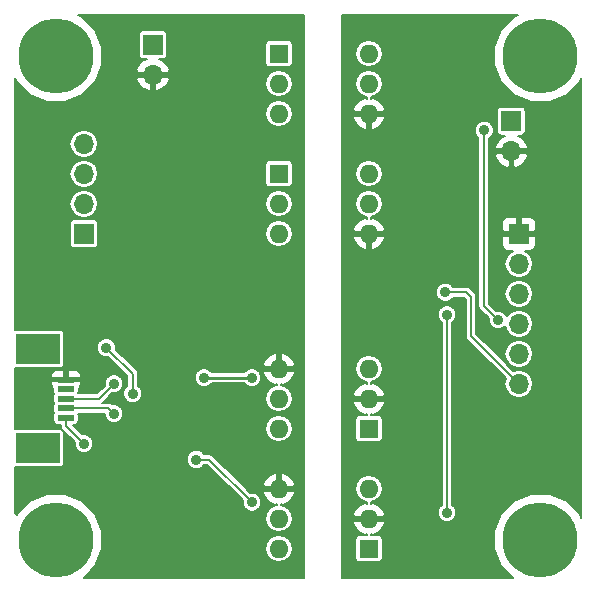
<source format=gbr>
G04 #@! TF.FileFunction,Copper,L2,Bot,Signal*
%FSLAX46Y46*%
G04 Gerber Fmt 4.6, Leading zero omitted, Abs format (unit mm)*
G04 Created by KiCad (PCBNEW 4.0.5) date 06/03/17 12:37:47*
%MOMM*%
%LPD*%
G01*
G04 APERTURE LIST*
%ADD10C,0.150000*%
%ADD11C,6.350000*%
%ADD12R,3.799840X2.499360*%
%ADD13R,1.399540X0.500380*%
%ADD14R,1.700000X1.700000*%
%ADD15O,1.700000X1.700000*%
%ADD16R,1.600000X1.600000*%
%ADD17O,1.600000X1.600000*%
%ADD18C,0.889000*%
%ADD19C,0.203200*%
%ADD20C,0.254000*%
G04 APERTURE END LIST*
D10*
D11*
X4000000Y-4000000D03*
X45000000Y-4000000D03*
X4000000Y-45000000D03*
X45000000Y-45000000D03*
D12*
X2430780Y-28818840D03*
X2430780Y-37221160D03*
D13*
X4831080Y-31419800D03*
X4831080Y-32219900D03*
X4831080Y-34620200D03*
X4831080Y-33820100D03*
X4831080Y-33020000D03*
D14*
X43180000Y-19050000D03*
D15*
X43180000Y-21590000D03*
X43180000Y-24130000D03*
X43180000Y-26670000D03*
X43180000Y-29210000D03*
X43180000Y-31750000D03*
D14*
X6350000Y-19050000D03*
D15*
X6350000Y-16510000D03*
X6350000Y-13970000D03*
X6350000Y-11430000D03*
D16*
X30480000Y-35560000D03*
D17*
X22860000Y-30480000D03*
X30480000Y-33020000D03*
X22860000Y-33020000D03*
X30480000Y-30480000D03*
X22860000Y-35560000D03*
D16*
X22860000Y-3810000D03*
D17*
X30480000Y-8890000D03*
X22860000Y-6350000D03*
X30480000Y-6350000D03*
X22860000Y-8890000D03*
X30480000Y-3810000D03*
D16*
X30480000Y-45720000D03*
D17*
X22860000Y-40640000D03*
X30480000Y-43180000D03*
X22860000Y-43180000D03*
X30480000Y-40640000D03*
X22860000Y-45720000D03*
D16*
X22860000Y-13970000D03*
D17*
X30480000Y-19050000D03*
X22860000Y-16510000D03*
X30480000Y-16510000D03*
X22860000Y-19050000D03*
X30480000Y-13970000D03*
D14*
X12192000Y-3048000D03*
D15*
X12192000Y-5588000D03*
D14*
X42545000Y-9525000D03*
D15*
X42545000Y-12065000D03*
D18*
X6350000Y-36830000D03*
X18796000Y-21336000D03*
X18796000Y-11176000D03*
X17843500Y-36893500D03*
X14033500Y-40640000D03*
X17653000Y-47053500D03*
X11049000Y-28829000D03*
X2540000Y-31750000D03*
X11938000Y-37084000D03*
X8890000Y-34290000D03*
X8890000Y-31750000D03*
X10477500Y-32575500D03*
X8255000Y-28702000D03*
X16510000Y-31242000D03*
X20574000Y-31242000D03*
X41402000Y-26352500D03*
X40259000Y-10287000D03*
X37084000Y-42672000D03*
X37084000Y-25908000D03*
X20574000Y-41783000D03*
X15875000Y-38163500D03*
X32500000Y-28000000D03*
X32500000Y-25500000D03*
X39116000Y-20574000D03*
X34290000Y-31496000D03*
X37846000Y-2286000D03*
X37719000Y-12446000D03*
X36957000Y-24003000D03*
D19*
X4831080Y-34620200D02*
X4831080Y-35311080D01*
X4831080Y-35311080D02*
X6350000Y-36830000D01*
X2870200Y-31419800D02*
X4831080Y-31419800D01*
X2540000Y-31750000D02*
X2870200Y-31419800D01*
X4831080Y-33820100D02*
X8420100Y-33820100D01*
X8420100Y-33820100D02*
X8890000Y-34290000D01*
X4831080Y-33020000D02*
X7620000Y-33020000D01*
X7620000Y-33020000D02*
X8890000Y-31750000D01*
X10477500Y-30924500D02*
X10477500Y-32575500D01*
X8255000Y-28702000D02*
X10477500Y-30924500D01*
D20*
X16510000Y-31242000D02*
X20574000Y-31242000D01*
D19*
X41402000Y-26352500D02*
X40195500Y-25146000D01*
X40195500Y-25146000D02*
X40195500Y-10350500D01*
X40195500Y-10350500D02*
X40259000Y-10287000D01*
X37084000Y-25908000D02*
X37084000Y-42672000D01*
X20574000Y-41783000D02*
X16954500Y-38163500D01*
X16954500Y-38163500D02*
X15875000Y-38163500D01*
X36957000Y-24003000D02*
X38735000Y-24003000D01*
X39116000Y-27686000D02*
X43180000Y-31750000D01*
X39116000Y-24384000D02*
X39116000Y-27686000D01*
X38735000Y-24003000D02*
X39116000Y-24384000D01*
G36*
X24984400Y-48168400D02*
X6362737Y-48168400D01*
X7314160Y-47218637D01*
X7910920Y-45781479D01*
X7910973Y-45720000D01*
X21681760Y-45720000D01*
X21769725Y-46162229D01*
X22020227Y-46537133D01*
X22395131Y-46787635D01*
X22837360Y-46875600D01*
X22882640Y-46875600D01*
X23324869Y-46787635D01*
X23699773Y-46537133D01*
X23950275Y-46162229D01*
X24038240Y-45720000D01*
X23950275Y-45277771D01*
X23699773Y-44902867D01*
X23324869Y-44652365D01*
X22882640Y-44564400D01*
X22837360Y-44564400D01*
X22395131Y-44652365D01*
X22020227Y-44902867D01*
X21769725Y-45277771D01*
X21681760Y-45720000D01*
X7910973Y-45720000D01*
X7912278Y-44225348D01*
X7318027Y-42787151D01*
X6218637Y-41685840D01*
X4781479Y-41089080D01*
X3225348Y-41087722D01*
X1787151Y-41681973D01*
X685840Y-42781363D01*
X640630Y-42890242D01*
X546100Y-42732692D01*
X546100Y-38833406D01*
X4330700Y-38833406D01*
X4462477Y-38808610D01*
X4583507Y-38730730D01*
X4664701Y-38611898D01*
X4693266Y-38470840D01*
X4693266Y-38321952D01*
X15074761Y-38321952D01*
X15196313Y-38616128D01*
X15421188Y-38841396D01*
X15715152Y-38963461D01*
X16033452Y-38963739D01*
X16327628Y-38842187D01*
X16549502Y-38620700D01*
X16765122Y-38620700D01*
X19774033Y-41629611D01*
X19773761Y-41941452D01*
X19895313Y-42235628D01*
X20120188Y-42460896D01*
X20414152Y-42582961D01*
X20732452Y-42583239D01*
X21026628Y-42461687D01*
X21251896Y-42236812D01*
X21373961Y-41942848D01*
X21374239Y-41624548D01*
X21252687Y-41330372D01*
X21027812Y-41105104D01*
X20798154Y-41009741D01*
X21499756Y-41009741D01*
X21636706Y-41340398D01*
X21997855Y-41755218D01*
X22490257Y-42000256D01*
X22707598Y-41888951D01*
X22707598Y-42049600D01*
X22710671Y-42049600D01*
X22395131Y-42112365D01*
X22020227Y-42362867D01*
X21769725Y-42737771D01*
X21681760Y-43180000D01*
X21769725Y-43622229D01*
X22020227Y-43997133D01*
X22395131Y-44247635D01*
X22837360Y-44335600D01*
X22882640Y-44335600D01*
X23324869Y-44247635D01*
X23699773Y-43997133D01*
X23950275Y-43622229D01*
X24038240Y-43180000D01*
X23950275Y-42737771D01*
X23699773Y-42362867D01*
X23324869Y-42112365D01*
X23009329Y-42049600D01*
X23012402Y-42049600D01*
X23012402Y-41888951D01*
X23229743Y-42000256D01*
X23722145Y-41755218D01*
X24083294Y-41340398D01*
X24220244Y-41009741D01*
X24107929Y-40792400D01*
X23012400Y-40792400D01*
X23012400Y-40812400D01*
X22707600Y-40812400D01*
X22707600Y-40792400D01*
X21612071Y-40792400D01*
X21499756Y-41009741D01*
X20798154Y-41009741D01*
X20733848Y-40983039D01*
X20420343Y-40982765D01*
X19707837Y-40270259D01*
X21499756Y-40270259D01*
X21612071Y-40487600D01*
X22707600Y-40487600D01*
X22707600Y-39391050D01*
X23012400Y-39391050D01*
X23012400Y-40487600D01*
X24107929Y-40487600D01*
X24220244Y-40270259D01*
X24083294Y-39939602D01*
X23722145Y-39524782D01*
X23229743Y-39279744D01*
X23012400Y-39391050D01*
X22707600Y-39391050D01*
X22490257Y-39279744D01*
X21997855Y-39524782D01*
X21636706Y-39939602D01*
X21499756Y-40270259D01*
X19707837Y-40270259D01*
X17277789Y-37840211D01*
X17129463Y-37741102D01*
X16954500Y-37706300D01*
X16549123Y-37706300D01*
X16328812Y-37485604D01*
X16034848Y-37363539D01*
X15716548Y-37363261D01*
X15422372Y-37484813D01*
X15197104Y-37709688D01*
X15075039Y-38003652D01*
X15074761Y-38321952D01*
X4693266Y-38321952D01*
X4693266Y-35971480D01*
X4668470Y-35839703D01*
X4590590Y-35718673D01*
X4471758Y-35637479D01*
X4330700Y-35608914D01*
X546100Y-35608914D01*
X546100Y-31697295D01*
X3521710Y-31697295D01*
X3521710Y-31791247D01*
X3614516Y-32015301D01*
X3768744Y-32169529D01*
X3768744Y-32470090D01*
X3793540Y-32601867D01*
X3804277Y-32618553D01*
X3797309Y-32628752D01*
X3768744Y-32769810D01*
X3768744Y-33270190D01*
X3793540Y-33401967D01*
X3804277Y-33418653D01*
X3797309Y-33428852D01*
X3768744Y-33569910D01*
X3768744Y-34070290D01*
X3793540Y-34202067D01*
X3804277Y-34218753D01*
X3797309Y-34228952D01*
X3768744Y-34370010D01*
X3768744Y-34870390D01*
X3793540Y-35002167D01*
X3871420Y-35123197D01*
X3990252Y-35204391D01*
X4131310Y-35232956D01*
X4373880Y-35232956D01*
X4373880Y-35311080D01*
X4408682Y-35486043D01*
X4507791Y-35634369D01*
X5550033Y-36676611D01*
X5549761Y-36988452D01*
X5671313Y-37282628D01*
X5896188Y-37507896D01*
X6190152Y-37629961D01*
X6508452Y-37630239D01*
X6802628Y-37508687D01*
X7027896Y-37283812D01*
X7149961Y-36989848D01*
X7150239Y-36671548D01*
X7028687Y-36377372D01*
X6803812Y-36152104D01*
X6509848Y-36030039D01*
X6196343Y-36029765D01*
X5726578Y-35560000D01*
X21681760Y-35560000D01*
X21769725Y-36002229D01*
X22020227Y-36377133D01*
X22395131Y-36627635D01*
X22837360Y-36715600D01*
X22882640Y-36715600D01*
X23324869Y-36627635D01*
X23699773Y-36377133D01*
X23950275Y-36002229D01*
X24038240Y-35560000D01*
X23950275Y-35117771D01*
X23699773Y-34742867D01*
X23324869Y-34492365D01*
X22882640Y-34404400D01*
X22837360Y-34404400D01*
X22395131Y-34492365D01*
X22020227Y-34742867D01*
X21769725Y-35117771D01*
X21681760Y-35560000D01*
X5726578Y-35560000D01*
X5399534Y-35232956D01*
X5530850Y-35232956D01*
X5662627Y-35208160D01*
X5783657Y-35130280D01*
X5864851Y-35011448D01*
X5893416Y-34870390D01*
X5893416Y-34370010D01*
X5875971Y-34277300D01*
X8089910Y-34277300D01*
X8089761Y-34448452D01*
X8211313Y-34742628D01*
X8436188Y-34967896D01*
X8730152Y-35089961D01*
X9048452Y-35090239D01*
X9342628Y-34968687D01*
X9567896Y-34743812D01*
X9689961Y-34449848D01*
X9690239Y-34131548D01*
X9568687Y-33837372D01*
X9343812Y-33612104D01*
X9049848Y-33490039D01*
X8732840Y-33489762D01*
X8595063Y-33397702D01*
X8420100Y-33362900D01*
X7913939Y-33362900D01*
X7943289Y-33343289D01*
X8736611Y-32549967D01*
X9048452Y-32550239D01*
X9342628Y-32428687D01*
X9567896Y-32203812D01*
X9689961Y-31909848D01*
X9690239Y-31591548D01*
X9568687Y-31297372D01*
X9343812Y-31072104D01*
X9049848Y-30950039D01*
X8731548Y-30949761D01*
X8437372Y-31071313D01*
X8212104Y-31296188D01*
X8090039Y-31590152D01*
X8089765Y-31903657D01*
X7430622Y-32562800D01*
X5874642Y-32562800D01*
X5893416Y-32470090D01*
X5893416Y-32169529D01*
X6047644Y-32015301D01*
X6140450Y-31791247D01*
X6140450Y-31697295D01*
X5988050Y-31544895D01*
X4983480Y-31544895D01*
X4983480Y-31592200D01*
X4678680Y-31592200D01*
X4678680Y-31544895D01*
X3674110Y-31544895D01*
X3521710Y-31697295D01*
X546100Y-31697295D01*
X546100Y-31048353D01*
X3521710Y-31048353D01*
X3521710Y-31142305D01*
X3674110Y-31294705D01*
X4678680Y-31294705D01*
X4678680Y-30712410D01*
X4983480Y-30712410D01*
X4983480Y-31294705D01*
X5988050Y-31294705D01*
X6140450Y-31142305D01*
X6140450Y-31048353D01*
X6047644Y-30824299D01*
X5876161Y-30652816D01*
X5652107Y-30560010D01*
X5135880Y-30560010D01*
X4983480Y-30712410D01*
X4678680Y-30712410D01*
X4526280Y-30560010D01*
X4010053Y-30560010D01*
X3785999Y-30652816D01*
X3614516Y-30824299D01*
X3521710Y-31048353D01*
X546100Y-31048353D01*
X546100Y-30431086D01*
X4330700Y-30431086D01*
X4462477Y-30406290D01*
X4583507Y-30328410D01*
X4664701Y-30209578D01*
X4693266Y-30068520D01*
X4693266Y-28860452D01*
X7454761Y-28860452D01*
X7576313Y-29154628D01*
X7801188Y-29379896D01*
X8095152Y-29501961D01*
X8408657Y-29502235D01*
X10020300Y-31113878D01*
X10020300Y-31901377D01*
X9799604Y-32121688D01*
X9677539Y-32415652D01*
X9677261Y-32733952D01*
X9798813Y-33028128D01*
X10023688Y-33253396D01*
X10317652Y-33375461D01*
X10635952Y-33375739D01*
X10930128Y-33254187D01*
X11155396Y-33029312D01*
X11277461Y-32735348D01*
X11277739Y-32417048D01*
X11156187Y-32122872D01*
X10934700Y-31900998D01*
X10934700Y-31400452D01*
X15709761Y-31400452D01*
X15831313Y-31694628D01*
X16056188Y-31919896D01*
X16350152Y-32041961D01*
X16668452Y-32042239D01*
X16962628Y-31920687D01*
X17159058Y-31724600D01*
X19925233Y-31724600D01*
X20120188Y-31919896D01*
X20414152Y-32041961D01*
X20732452Y-32042239D01*
X21026628Y-31920687D01*
X21251896Y-31695812D01*
X21373961Y-31401848D01*
X21374239Y-31083548D01*
X21277632Y-30849741D01*
X21499756Y-30849741D01*
X21636706Y-31180398D01*
X21997855Y-31595218D01*
X22490257Y-31840256D01*
X22707598Y-31728951D01*
X22707598Y-31889600D01*
X22710671Y-31889600D01*
X22395131Y-31952365D01*
X22020227Y-32202867D01*
X21769725Y-32577771D01*
X21681760Y-33020000D01*
X21769725Y-33462229D01*
X22020227Y-33837133D01*
X22395131Y-34087635D01*
X22837360Y-34175600D01*
X22882640Y-34175600D01*
X23324869Y-34087635D01*
X23699773Y-33837133D01*
X23950275Y-33462229D01*
X24038240Y-33020000D01*
X23950275Y-32577771D01*
X23699773Y-32202867D01*
X23324869Y-31952365D01*
X23009329Y-31889600D01*
X23012402Y-31889600D01*
X23012402Y-31728951D01*
X23229743Y-31840256D01*
X23722145Y-31595218D01*
X24083294Y-31180398D01*
X24220244Y-30849741D01*
X24107929Y-30632400D01*
X23012400Y-30632400D01*
X23012400Y-30652400D01*
X22707600Y-30652400D01*
X22707600Y-30632400D01*
X21612071Y-30632400D01*
X21499756Y-30849741D01*
X21277632Y-30849741D01*
X21252687Y-30789372D01*
X21027812Y-30564104D01*
X20733848Y-30442039D01*
X20415548Y-30441761D01*
X20121372Y-30563313D01*
X19924942Y-30759400D01*
X17158767Y-30759400D01*
X16963812Y-30564104D01*
X16669848Y-30442039D01*
X16351548Y-30441761D01*
X16057372Y-30563313D01*
X15832104Y-30788188D01*
X15710039Y-31082152D01*
X15709761Y-31400452D01*
X10934700Y-31400452D01*
X10934700Y-30924500D01*
X10899898Y-30749537D01*
X10800789Y-30601211D01*
X10309837Y-30110259D01*
X21499756Y-30110259D01*
X21612071Y-30327600D01*
X22707600Y-30327600D01*
X22707600Y-29231050D01*
X23012400Y-29231050D01*
X23012400Y-30327600D01*
X24107929Y-30327600D01*
X24220244Y-30110259D01*
X24083294Y-29779602D01*
X23722145Y-29364782D01*
X23229743Y-29119744D01*
X23012400Y-29231050D01*
X22707600Y-29231050D01*
X22490257Y-29119744D01*
X21997855Y-29364782D01*
X21636706Y-29779602D01*
X21499756Y-30110259D01*
X10309837Y-30110259D01*
X9054967Y-28855389D01*
X9055239Y-28543548D01*
X8933687Y-28249372D01*
X8708812Y-28024104D01*
X8414848Y-27902039D01*
X8096548Y-27901761D01*
X7802372Y-28023313D01*
X7577104Y-28248188D01*
X7455039Y-28542152D01*
X7454761Y-28860452D01*
X4693266Y-28860452D01*
X4693266Y-27569160D01*
X4668470Y-27437383D01*
X4590590Y-27316353D01*
X4471758Y-27235159D01*
X4330700Y-27206594D01*
X546100Y-27206594D01*
X546100Y-18200000D01*
X5137434Y-18200000D01*
X5137434Y-19900000D01*
X5162230Y-20031777D01*
X5240110Y-20152807D01*
X5358942Y-20234001D01*
X5500000Y-20262566D01*
X7200000Y-20262566D01*
X7331777Y-20237770D01*
X7452807Y-20159890D01*
X7534001Y-20041058D01*
X7562566Y-19900000D01*
X7562566Y-19050000D01*
X21681760Y-19050000D01*
X21769725Y-19492229D01*
X22020227Y-19867133D01*
X22395131Y-20117635D01*
X22837360Y-20205600D01*
X22882640Y-20205600D01*
X23324869Y-20117635D01*
X23699773Y-19867133D01*
X23950275Y-19492229D01*
X24038240Y-19050000D01*
X23950275Y-18607771D01*
X23699773Y-18232867D01*
X23324869Y-17982365D01*
X22882640Y-17894400D01*
X22837360Y-17894400D01*
X22395131Y-17982365D01*
X22020227Y-18232867D01*
X21769725Y-18607771D01*
X21681760Y-19050000D01*
X7562566Y-19050000D01*
X7562566Y-18200000D01*
X7537770Y-18068223D01*
X7459890Y-17947193D01*
X7341058Y-17865999D01*
X7200000Y-17837434D01*
X5500000Y-17837434D01*
X5368223Y-17862230D01*
X5247193Y-17940110D01*
X5165999Y-18058942D01*
X5137434Y-18200000D01*
X546100Y-18200000D01*
X546100Y-16510000D01*
X5120781Y-16510000D01*
X5212552Y-16971363D01*
X5473893Y-17362488D01*
X5865018Y-17623829D01*
X6326381Y-17715600D01*
X6373619Y-17715600D01*
X6834982Y-17623829D01*
X7226107Y-17362488D01*
X7487448Y-16971363D01*
X7579219Y-16510000D01*
X21681760Y-16510000D01*
X21769725Y-16952229D01*
X22020227Y-17327133D01*
X22395131Y-17577635D01*
X22837360Y-17665600D01*
X22882640Y-17665600D01*
X23324869Y-17577635D01*
X23699773Y-17327133D01*
X23950275Y-16952229D01*
X24038240Y-16510000D01*
X23950275Y-16067771D01*
X23699773Y-15692867D01*
X23324869Y-15442365D01*
X22882640Y-15354400D01*
X22837360Y-15354400D01*
X22395131Y-15442365D01*
X22020227Y-15692867D01*
X21769725Y-16067771D01*
X21681760Y-16510000D01*
X7579219Y-16510000D01*
X7487448Y-16048637D01*
X7226107Y-15657512D01*
X6834982Y-15396171D01*
X6373619Y-15304400D01*
X6326381Y-15304400D01*
X5865018Y-15396171D01*
X5473893Y-15657512D01*
X5212552Y-16048637D01*
X5120781Y-16510000D01*
X546100Y-16510000D01*
X546100Y-13970000D01*
X5120781Y-13970000D01*
X5212552Y-14431363D01*
X5473893Y-14822488D01*
X5865018Y-15083829D01*
X6326381Y-15175600D01*
X6373619Y-15175600D01*
X6834982Y-15083829D01*
X7226107Y-14822488D01*
X7487448Y-14431363D01*
X7579219Y-13970000D01*
X7487448Y-13508637D01*
X7261179Y-13170000D01*
X21697434Y-13170000D01*
X21697434Y-14770000D01*
X21722230Y-14901777D01*
X21800110Y-15022807D01*
X21918942Y-15104001D01*
X22060000Y-15132566D01*
X23660000Y-15132566D01*
X23791777Y-15107770D01*
X23912807Y-15029890D01*
X23994001Y-14911058D01*
X24022566Y-14770000D01*
X24022566Y-13170000D01*
X23997770Y-13038223D01*
X23919890Y-12917193D01*
X23801058Y-12835999D01*
X23660000Y-12807434D01*
X22060000Y-12807434D01*
X21928223Y-12832230D01*
X21807193Y-12910110D01*
X21725999Y-13028942D01*
X21697434Y-13170000D01*
X7261179Y-13170000D01*
X7226107Y-13117512D01*
X6834982Y-12856171D01*
X6373619Y-12764400D01*
X6326381Y-12764400D01*
X5865018Y-12856171D01*
X5473893Y-13117512D01*
X5212552Y-13508637D01*
X5120781Y-13970000D01*
X546100Y-13970000D01*
X546100Y-11430000D01*
X5120781Y-11430000D01*
X5212552Y-11891363D01*
X5473893Y-12282488D01*
X5865018Y-12543829D01*
X6326381Y-12635600D01*
X6373619Y-12635600D01*
X6834982Y-12543829D01*
X7226107Y-12282488D01*
X7487448Y-11891363D01*
X7579219Y-11430000D01*
X7487448Y-10968637D01*
X7226107Y-10577512D01*
X6834982Y-10316171D01*
X6373619Y-10224400D01*
X6326381Y-10224400D01*
X5865018Y-10316171D01*
X5473893Y-10577512D01*
X5212552Y-10968637D01*
X5120781Y-11430000D01*
X546100Y-11430000D01*
X546100Y-8890000D01*
X21681760Y-8890000D01*
X21769725Y-9332229D01*
X22020227Y-9707133D01*
X22395131Y-9957635D01*
X22837360Y-10045600D01*
X22882640Y-10045600D01*
X23324869Y-9957635D01*
X23699773Y-9707133D01*
X23950275Y-9332229D01*
X24038240Y-8890000D01*
X23950275Y-8447771D01*
X23699773Y-8072867D01*
X23324869Y-7822365D01*
X22882640Y-7734400D01*
X22837360Y-7734400D01*
X22395131Y-7822365D01*
X22020227Y-8072867D01*
X21769725Y-8447771D01*
X21681760Y-8890000D01*
X546100Y-8890000D01*
X546100Y-5884011D01*
X681973Y-6212849D01*
X1781363Y-7314160D01*
X3218521Y-7910920D01*
X4774652Y-7912278D01*
X6212849Y-7318027D01*
X7314160Y-6218637D01*
X7419227Y-5965607D01*
X10782090Y-5965607D01*
X10928025Y-6317954D01*
X11303581Y-6746092D01*
X11814391Y-6997921D01*
X12039600Y-6887234D01*
X12039600Y-5740400D01*
X12344400Y-5740400D01*
X12344400Y-6887234D01*
X12569609Y-6997921D01*
X13080419Y-6746092D01*
X13427864Y-6350000D01*
X21681760Y-6350000D01*
X21769725Y-6792229D01*
X22020227Y-7167133D01*
X22395131Y-7417635D01*
X22837360Y-7505600D01*
X22882640Y-7505600D01*
X23324869Y-7417635D01*
X23699773Y-7167133D01*
X23950275Y-6792229D01*
X24038240Y-6350000D01*
X23950275Y-5907771D01*
X23699773Y-5532867D01*
X23324869Y-5282365D01*
X22882640Y-5194400D01*
X22837360Y-5194400D01*
X22395131Y-5282365D01*
X22020227Y-5532867D01*
X21769725Y-5907771D01*
X21681760Y-6350000D01*
X13427864Y-6350000D01*
X13455975Y-6317954D01*
X13601910Y-5965607D01*
X13490286Y-5740400D01*
X12344400Y-5740400D01*
X12039600Y-5740400D01*
X10893714Y-5740400D01*
X10782090Y-5965607D01*
X7419227Y-5965607D01*
X7732819Y-5210393D01*
X10782090Y-5210393D01*
X10893714Y-5435600D01*
X12039600Y-5435600D01*
X12039600Y-5415600D01*
X12344400Y-5415600D01*
X12344400Y-5435600D01*
X13490286Y-5435600D01*
X13601910Y-5210393D01*
X13455975Y-4858046D01*
X13080419Y-4429908D01*
X12736926Y-4260566D01*
X13042000Y-4260566D01*
X13173777Y-4235770D01*
X13294807Y-4157890D01*
X13376001Y-4039058D01*
X13404566Y-3898000D01*
X13404566Y-3010000D01*
X21697434Y-3010000D01*
X21697434Y-4610000D01*
X21722230Y-4741777D01*
X21800110Y-4862807D01*
X21918942Y-4944001D01*
X22060000Y-4972566D01*
X23660000Y-4972566D01*
X23791777Y-4947770D01*
X23912807Y-4869890D01*
X23994001Y-4751058D01*
X24022566Y-4610000D01*
X24022566Y-3010000D01*
X23997770Y-2878223D01*
X23919890Y-2757193D01*
X23801058Y-2675999D01*
X23660000Y-2647434D01*
X22060000Y-2647434D01*
X21928223Y-2672230D01*
X21807193Y-2750110D01*
X21725999Y-2868942D01*
X21697434Y-3010000D01*
X13404566Y-3010000D01*
X13404566Y-2198000D01*
X13379770Y-2066223D01*
X13301890Y-1945193D01*
X13183058Y-1863999D01*
X13042000Y-1835434D01*
X11342000Y-1835434D01*
X11210223Y-1860230D01*
X11089193Y-1938110D01*
X11007999Y-2056942D01*
X10979434Y-2198000D01*
X10979434Y-3898000D01*
X11004230Y-4029777D01*
X11082110Y-4150807D01*
X11200942Y-4232001D01*
X11342000Y-4260566D01*
X11647074Y-4260566D01*
X11303581Y-4429908D01*
X10928025Y-4858046D01*
X10782090Y-5210393D01*
X7732819Y-5210393D01*
X7910920Y-4781479D01*
X7912278Y-3225348D01*
X7318027Y-1787151D01*
X6218637Y-685840D01*
X5882106Y-546100D01*
X24984400Y-546100D01*
X24984400Y-48168400D01*
X24984400Y-48168400D01*
G37*
X24984400Y-48168400D02*
X6362737Y-48168400D01*
X7314160Y-47218637D01*
X7910920Y-45781479D01*
X7910973Y-45720000D01*
X21681760Y-45720000D01*
X21769725Y-46162229D01*
X22020227Y-46537133D01*
X22395131Y-46787635D01*
X22837360Y-46875600D01*
X22882640Y-46875600D01*
X23324869Y-46787635D01*
X23699773Y-46537133D01*
X23950275Y-46162229D01*
X24038240Y-45720000D01*
X23950275Y-45277771D01*
X23699773Y-44902867D01*
X23324869Y-44652365D01*
X22882640Y-44564400D01*
X22837360Y-44564400D01*
X22395131Y-44652365D01*
X22020227Y-44902867D01*
X21769725Y-45277771D01*
X21681760Y-45720000D01*
X7910973Y-45720000D01*
X7912278Y-44225348D01*
X7318027Y-42787151D01*
X6218637Y-41685840D01*
X4781479Y-41089080D01*
X3225348Y-41087722D01*
X1787151Y-41681973D01*
X685840Y-42781363D01*
X640630Y-42890242D01*
X546100Y-42732692D01*
X546100Y-38833406D01*
X4330700Y-38833406D01*
X4462477Y-38808610D01*
X4583507Y-38730730D01*
X4664701Y-38611898D01*
X4693266Y-38470840D01*
X4693266Y-38321952D01*
X15074761Y-38321952D01*
X15196313Y-38616128D01*
X15421188Y-38841396D01*
X15715152Y-38963461D01*
X16033452Y-38963739D01*
X16327628Y-38842187D01*
X16549502Y-38620700D01*
X16765122Y-38620700D01*
X19774033Y-41629611D01*
X19773761Y-41941452D01*
X19895313Y-42235628D01*
X20120188Y-42460896D01*
X20414152Y-42582961D01*
X20732452Y-42583239D01*
X21026628Y-42461687D01*
X21251896Y-42236812D01*
X21373961Y-41942848D01*
X21374239Y-41624548D01*
X21252687Y-41330372D01*
X21027812Y-41105104D01*
X20798154Y-41009741D01*
X21499756Y-41009741D01*
X21636706Y-41340398D01*
X21997855Y-41755218D01*
X22490257Y-42000256D01*
X22707598Y-41888951D01*
X22707598Y-42049600D01*
X22710671Y-42049600D01*
X22395131Y-42112365D01*
X22020227Y-42362867D01*
X21769725Y-42737771D01*
X21681760Y-43180000D01*
X21769725Y-43622229D01*
X22020227Y-43997133D01*
X22395131Y-44247635D01*
X22837360Y-44335600D01*
X22882640Y-44335600D01*
X23324869Y-44247635D01*
X23699773Y-43997133D01*
X23950275Y-43622229D01*
X24038240Y-43180000D01*
X23950275Y-42737771D01*
X23699773Y-42362867D01*
X23324869Y-42112365D01*
X23009329Y-42049600D01*
X23012402Y-42049600D01*
X23012402Y-41888951D01*
X23229743Y-42000256D01*
X23722145Y-41755218D01*
X24083294Y-41340398D01*
X24220244Y-41009741D01*
X24107929Y-40792400D01*
X23012400Y-40792400D01*
X23012400Y-40812400D01*
X22707600Y-40812400D01*
X22707600Y-40792400D01*
X21612071Y-40792400D01*
X21499756Y-41009741D01*
X20798154Y-41009741D01*
X20733848Y-40983039D01*
X20420343Y-40982765D01*
X19707837Y-40270259D01*
X21499756Y-40270259D01*
X21612071Y-40487600D01*
X22707600Y-40487600D01*
X22707600Y-39391050D01*
X23012400Y-39391050D01*
X23012400Y-40487600D01*
X24107929Y-40487600D01*
X24220244Y-40270259D01*
X24083294Y-39939602D01*
X23722145Y-39524782D01*
X23229743Y-39279744D01*
X23012400Y-39391050D01*
X22707600Y-39391050D01*
X22490257Y-39279744D01*
X21997855Y-39524782D01*
X21636706Y-39939602D01*
X21499756Y-40270259D01*
X19707837Y-40270259D01*
X17277789Y-37840211D01*
X17129463Y-37741102D01*
X16954500Y-37706300D01*
X16549123Y-37706300D01*
X16328812Y-37485604D01*
X16034848Y-37363539D01*
X15716548Y-37363261D01*
X15422372Y-37484813D01*
X15197104Y-37709688D01*
X15075039Y-38003652D01*
X15074761Y-38321952D01*
X4693266Y-38321952D01*
X4693266Y-35971480D01*
X4668470Y-35839703D01*
X4590590Y-35718673D01*
X4471758Y-35637479D01*
X4330700Y-35608914D01*
X546100Y-35608914D01*
X546100Y-31697295D01*
X3521710Y-31697295D01*
X3521710Y-31791247D01*
X3614516Y-32015301D01*
X3768744Y-32169529D01*
X3768744Y-32470090D01*
X3793540Y-32601867D01*
X3804277Y-32618553D01*
X3797309Y-32628752D01*
X3768744Y-32769810D01*
X3768744Y-33270190D01*
X3793540Y-33401967D01*
X3804277Y-33418653D01*
X3797309Y-33428852D01*
X3768744Y-33569910D01*
X3768744Y-34070290D01*
X3793540Y-34202067D01*
X3804277Y-34218753D01*
X3797309Y-34228952D01*
X3768744Y-34370010D01*
X3768744Y-34870390D01*
X3793540Y-35002167D01*
X3871420Y-35123197D01*
X3990252Y-35204391D01*
X4131310Y-35232956D01*
X4373880Y-35232956D01*
X4373880Y-35311080D01*
X4408682Y-35486043D01*
X4507791Y-35634369D01*
X5550033Y-36676611D01*
X5549761Y-36988452D01*
X5671313Y-37282628D01*
X5896188Y-37507896D01*
X6190152Y-37629961D01*
X6508452Y-37630239D01*
X6802628Y-37508687D01*
X7027896Y-37283812D01*
X7149961Y-36989848D01*
X7150239Y-36671548D01*
X7028687Y-36377372D01*
X6803812Y-36152104D01*
X6509848Y-36030039D01*
X6196343Y-36029765D01*
X5726578Y-35560000D01*
X21681760Y-35560000D01*
X21769725Y-36002229D01*
X22020227Y-36377133D01*
X22395131Y-36627635D01*
X22837360Y-36715600D01*
X22882640Y-36715600D01*
X23324869Y-36627635D01*
X23699773Y-36377133D01*
X23950275Y-36002229D01*
X24038240Y-35560000D01*
X23950275Y-35117771D01*
X23699773Y-34742867D01*
X23324869Y-34492365D01*
X22882640Y-34404400D01*
X22837360Y-34404400D01*
X22395131Y-34492365D01*
X22020227Y-34742867D01*
X21769725Y-35117771D01*
X21681760Y-35560000D01*
X5726578Y-35560000D01*
X5399534Y-35232956D01*
X5530850Y-35232956D01*
X5662627Y-35208160D01*
X5783657Y-35130280D01*
X5864851Y-35011448D01*
X5893416Y-34870390D01*
X5893416Y-34370010D01*
X5875971Y-34277300D01*
X8089910Y-34277300D01*
X8089761Y-34448452D01*
X8211313Y-34742628D01*
X8436188Y-34967896D01*
X8730152Y-35089961D01*
X9048452Y-35090239D01*
X9342628Y-34968687D01*
X9567896Y-34743812D01*
X9689961Y-34449848D01*
X9690239Y-34131548D01*
X9568687Y-33837372D01*
X9343812Y-33612104D01*
X9049848Y-33490039D01*
X8732840Y-33489762D01*
X8595063Y-33397702D01*
X8420100Y-33362900D01*
X7913939Y-33362900D01*
X7943289Y-33343289D01*
X8736611Y-32549967D01*
X9048452Y-32550239D01*
X9342628Y-32428687D01*
X9567896Y-32203812D01*
X9689961Y-31909848D01*
X9690239Y-31591548D01*
X9568687Y-31297372D01*
X9343812Y-31072104D01*
X9049848Y-30950039D01*
X8731548Y-30949761D01*
X8437372Y-31071313D01*
X8212104Y-31296188D01*
X8090039Y-31590152D01*
X8089765Y-31903657D01*
X7430622Y-32562800D01*
X5874642Y-32562800D01*
X5893416Y-32470090D01*
X5893416Y-32169529D01*
X6047644Y-32015301D01*
X6140450Y-31791247D01*
X6140450Y-31697295D01*
X5988050Y-31544895D01*
X4983480Y-31544895D01*
X4983480Y-31592200D01*
X4678680Y-31592200D01*
X4678680Y-31544895D01*
X3674110Y-31544895D01*
X3521710Y-31697295D01*
X546100Y-31697295D01*
X546100Y-31048353D01*
X3521710Y-31048353D01*
X3521710Y-31142305D01*
X3674110Y-31294705D01*
X4678680Y-31294705D01*
X4678680Y-30712410D01*
X4983480Y-30712410D01*
X4983480Y-31294705D01*
X5988050Y-31294705D01*
X6140450Y-31142305D01*
X6140450Y-31048353D01*
X6047644Y-30824299D01*
X5876161Y-30652816D01*
X5652107Y-30560010D01*
X5135880Y-30560010D01*
X4983480Y-30712410D01*
X4678680Y-30712410D01*
X4526280Y-30560010D01*
X4010053Y-30560010D01*
X3785999Y-30652816D01*
X3614516Y-30824299D01*
X3521710Y-31048353D01*
X546100Y-31048353D01*
X546100Y-30431086D01*
X4330700Y-30431086D01*
X4462477Y-30406290D01*
X4583507Y-30328410D01*
X4664701Y-30209578D01*
X4693266Y-30068520D01*
X4693266Y-28860452D01*
X7454761Y-28860452D01*
X7576313Y-29154628D01*
X7801188Y-29379896D01*
X8095152Y-29501961D01*
X8408657Y-29502235D01*
X10020300Y-31113878D01*
X10020300Y-31901377D01*
X9799604Y-32121688D01*
X9677539Y-32415652D01*
X9677261Y-32733952D01*
X9798813Y-33028128D01*
X10023688Y-33253396D01*
X10317652Y-33375461D01*
X10635952Y-33375739D01*
X10930128Y-33254187D01*
X11155396Y-33029312D01*
X11277461Y-32735348D01*
X11277739Y-32417048D01*
X11156187Y-32122872D01*
X10934700Y-31900998D01*
X10934700Y-31400452D01*
X15709761Y-31400452D01*
X15831313Y-31694628D01*
X16056188Y-31919896D01*
X16350152Y-32041961D01*
X16668452Y-32042239D01*
X16962628Y-31920687D01*
X17159058Y-31724600D01*
X19925233Y-31724600D01*
X20120188Y-31919896D01*
X20414152Y-32041961D01*
X20732452Y-32042239D01*
X21026628Y-31920687D01*
X21251896Y-31695812D01*
X21373961Y-31401848D01*
X21374239Y-31083548D01*
X21277632Y-30849741D01*
X21499756Y-30849741D01*
X21636706Y-31180398D01*
X21997855Y-31595218D01*
X22490257Y-31840256D01*
X22707598Y-31728951D01*
X22707598Y-31889600D01*
X22710671Y-31889600D01*
X22395131Y-31952365D01*
X22020227Y-32202867D01*
X21769725Y-32577771D01*
X21681760Y-33020000D01*
X21769725Y-33462229D01*
X22020227Y-33837133D01*
X22395131Y-34087635D01*
X22837360Y-34175600D01*
X22882640Y-34175600D01*
X23324869Y-34087635D01*
X23699773Y-33837133D01*
X23950275Y-33462229D01*
X24038240Y-33020000D01*
X23950275Y-32577771D01*
X23699773Y-32202867D01*
X23324869Y-31952365D01*
X23009329Y-31889600D01*
X23012402Y-31889600D01*
X23012402Y-31728951D01*
X23229743Y-31840256D01*
X23722145Y-31595218D01*
X24083294Y-31180398D01*
X24220244Y-30849741D01*
X24107929Y-30632400D01*
X23012400Y-30632400D01*
X23012400Y-30652400D01*
X22707600Y-30652400D01*
X22707600Y-30632400D01*
X21612071Y-30632400D01*
X21499756Y-30849741D01*
X21277632Y-30849741D01*
X21252687Y-30789372D01*
X21027812Y-30564104D01*
X20733848Y-30442039D01*
X20415548Y-30441761D01*
X20121372Y-30563313D01*
X19924942Y-30759400D01*
X17158767Y-30759400D01*
X16963812Y-30564104D01*
X16669848Y-30442039D01*
X16351548Y-30441761D01*
X16057372Y-30563313D01*
X15832104Y-30788188D01*
X15710039Y-31082152D01*
X15709761Y-31400452D01*
X10934700Y-31400452D01*
X10934700Y-30924500D01*
X10899898Y-30749537D01*
X10800789Y-30601211D01*
X10309837Y-30110259D01*
X21499756Y-30110259D01*
X21612071Y-30327600D01*
X22707600Y-30327600D01*
X22707600Y-29231050D01*
X23012400Y-29231050D01*
X23012400Y-30327600D01*
X24107929Y-30327600D01*
X24220244Y-30110259D01*
X24083294Y-29779602D01*
X23722145Y-29364782D01*
X23229743Y-29119744D01*
X23012400Y-29231050D01*
X22707600Y-29231050D01*
X22490257Y-29119744D01*
X21997855Y-29364782D01*
X21636706Y-29779602D01*
X21499756Y-30110259D01*
X10309837Y-30110259D01*
X9054967Y-28855389D01*
X9055239Y-28543548D01*
X8933687Y-28249372D01*
X8708812Y-28024104D01*
X8414848Y-27902039D01*
X8096548Y-27901761D01*
X7802372Y-28023313D01*
X7577104Y-28248188D01*
X7455039Y-28542152D01*
X7454761Y-28860452D01*
X4693266Y-28860452D01*
X4693266Y-27569160D01*
X4668470Y-27437383D01*
X4590590Y-27316353D01*
X4471758Y-27235159D01*
X4330700Y-27206594D01*
X546100Y-27206594D01*
X546100Y-18200000D01*
X5137434Y-18200000D01*
X5137434Y-19900000D01*
X5162230Y-20031777D01*
X5240110Y-20152807D01*
X5358942Y-20234001D01*
X5500000Y-20262566D01*
X7200000Y-20262566D01*
X7331777Y-20237770D01*
X7452807Y-20159890D01*
X7534001Y-20041058D01*
X7562566Y-19900000D01*
X7562566Y-19050000D01*
X21681760Y-19050000D01*
X21769725Y-19492229D01*
X22020227Y-19867133D01*
X22395131Y-20117635D01*
X22837360Y-20205600D01*
X22882640Y-20205600D01*
X23324869Y-20117635D01*
X23699773Y-19867133D01*
X23950275Y-19492229D01*
X24038240Y-19050000D01*
X23950275Y-18607771D01*
X23699773Y-18232867D01*
X23324869Y-17982365D01*
X22882640Y-17894400D01*
X22837360Y-17894400D01*
X22395131Y-17982365D01*
X22020227Y-18232867D01*
X21769725Y-18607771D01*
X21681760Y-19050000D01*
X7562566Y-19050000D01*
X7562566Y-18200000D01*
X7537770Y-18068223D01*
X7459890Y-17947193D01*
X7341058Y-17865999D01*
X7200000Y-17837434D01*
X5500000Y-17837434D01*
X5368223Y-17862230D01*
X5247193Y-17940110D01*
X5165999Y-18058942D01*
X5137434Y-18200000D01*
X546100Y-18200000D01*
X546100Y-16510000D01*
X5120781Y-16510000D01*
X5212552Y-16971363D01*
X5473893Y-17362488D01*
X5865018Y-17623829D01*
X6326381Y-17715600D01*
X6373619Y-17715600D01*
X6834982Y-17623829D01*
X7226107Y-17362488D01*
X7487448Y-16971363D01*
X7579219Y-16510000D01*
X21681760Y-16510000D01*
X21769725Y-16952229D01*
X22020227Y-17327133D01*
X22395131Y-17577635D01*
X22837360Y-17665600D01*
X22882640Y-17665600D01*
X23324869Y-17577635D01*
X23699773Y-17327133D01*
X23950275Y-16952229D01*
X24038240Y-16510000D01*
X23950275Y-16067771D01*
X23699773Y-15692867D01*
X23324869Y-15442365D01*
X22882640Y-15354400D01*
X22837360Y-15354400D01*
X22395131Y-15442365D01*
X22020227Y-15692867D01*
X21769725Y-16067771D01*
X21681760Y-16510000D01*
X7579219Y-16510000D01*
X7487448Y-16048637D01*
X7226107Y-15657512D01*
X6834982Y-15396171D01*
X6373619Y-15304400D01*
X6326381Y-15304400D01*
X5865018Y-15396171D01*
X5473893Y-15657512D01*
X5212552Y-16048637D01*
X5120781Y-16510000D01*
X546100Y-16510000D01*
X546100Y-13970000D01*
X5120781Y-13970000D01*
X5212552Y-14431363D01*
X5473893Y-14822488D01*
X5865018Y-15083829D01*
X6326381Y-15175600D01*
X6373619Y-15175600D01*
X6834982Y-15083829D01*
X7226107Y-14822488D01*
X7487448Y-14431363D01*
X7579219Y-13970000D01*
X7487448Y-13508637D01*
X7261179Y-13170000D01*
X21697434Y-13170000D01*
X21697434Y-14770000D01*
X21722230Y-14901777D01*
X21800110Y-15022807D01*
X21918942Y-15104001D01*
X22060000Y-15132566D01*
X23660000Y-15132566D01*
X23791777Y-15107770D01*
X23912807Y-15029890D01*
X23994001Y-14911058D01*
X24022566Y-14770000D01*
X24022566Y-13170000D01*
X23997770Y-13038223D01*
X23919890Y-12917193D01*
X23801058Y-12835999D01*
X23660000Y-12807434D01*
X22060000Y-12807434D01*
X21928223Y-12832230D01*
X21807193Y-12910110D01*
X21725999Y-13028942D01*
X21697434Y-13170000D01*
X7261179Y-13170000D01*
X7226107Y-13117512D01*
X6834982Y-12856171D01*
X6373619Y-12764400D01*
X6326381Y-12764400D01*
X5865018Y-12856171D01*
X5473893Y-13117512D01*
X5212552Y-13508637D01*
X5120781Y-13970000D01*
X546100Y-13970000D01*
X546100Y-11430000D01*
X5120781Y-11430000D01*
X5212552Y-11891363D01*
X5473893Y-12282488D01*
X5865018Y-12543829D01*
X6326381Y-12635600D01*
X6373619Y-12635600D01*
X6834982Y-12543829D01*
X7226107Y-12282488D01*
X7487448Y-11891363D01*
X7579219Y-11430000D01*
X7487448Y-10968637D01*
X7226107Y-10577512D01*
X6834982Y-10316171D01*
X6373619Y-10224400D01*
X6326381Y-10224400D01*
X5865018Y-10316171D01*
X5473893Y-10577512D01*
X5212552Y-10968637D01*
X5120781Y-11430000D01*
X546100Y-11430000D01*
X546100Y-8890000D01*
X21681760Y-8890000D01*
X21769725Y-9332229D01*
X22020227Y-9707133D01*
X22395131Y-9957635D01*
X22837360Y-10045600D01*
X22882640Y-10045600D01*
X23324869Y-9957635D01*
X23699773Y-9707133D01*
X23950275Y-9332229D01*
X24038240Y-8890000D01*
X23950275Y-8447771D01*
X23699773Y-8072867D01*
X23324869Y-7822365D01*
X22882640Y-7734400D01*
X22837360Y-7734400D01*
X22395131Y-7822365D01*
X22020227Y-8072867D01*
X21769725Y-8447771D01*
X21681760Y-8890000D01*
X546100Y-8890000D01*
X546100Y-5884011D01*
X681973Y-6212849D01*
X1781363Y-7314160D01*
X3218521Y-7910920D01*
X4774652Y-7912278D01*
X6212849Y-7318027D01*
X7314160Y-6218637D01*
X7419227Y-5965607D01*
X10782090Y-5965607D01*
X10928025Y-6317954D01*
X11303581Y-6746092D01*
X11814391Y-6997921D01*
X12039600Y-6887234D01*
X12039600Y-5740400D01*
X12344400Y-5740400D01*
X12344400Y-6887234D01*
X12569609Y-6997921D01*
X13080419Y-6746092D01*
X13427864Y-6350000D01*
X21681760Y-6350000D01*
X21769725Y-6792229D01*
X22020227Y-7167133D01*
X22395131Y-7417635D01*
X22837360Y-7505600D01*
X22882640Y-7505600D01*
X23324869Y-7417635D01*
X23699773Y-7167133D01*
X23950275Y-6792229D01*
X24038240Y-6350000D01*
X23950275Y-5907771D01*
X23699773Y-5532867D01*
X23324869Y-5282365D01*
X22882640Y-5194400D01*
X22837360Y-5194400D01*
X22395131Y-5282365D01*
X22020227Y-5532867D01*
X21769725Y-5907771D01*
X21681760Y-6350000D01*
X13427864Y-6350000D01*
X13455975Y-6317954D01*
X13601910Y-5965607D01*
X13490286Y-5740400D01*
X12344400Y-5740400D01*
X12039600Y-5740400D01*
X10893714Y-5740400D01*
X10782090Y-5965607D01*
X7419227Y-5965607D01*
X7732819Y-5210393D01*
X10782090Y-5210393D01*
X10893714Y-5435600D01*
X12039600Y-5435600D01*
X12039600Y-5415600D01*
X12344400Y-5415600D01*
X12344400Y-5435600D01*
X13490286Y-5435600D01*
X13601910Y-5210393D01*
X13455975Y-4858046D01*
X13080419Y-4429908D01*
X12736926Y-4260566D01*
X13042000Y-4260566D01*
X13173777Y-4235770D01*
X13294807Y-4157890D01*
X13376001Y-4039058D01*
X13404566Y-3898000D01*
X13404566Y-3010000D01*
X21697434Y-3010000D01*
X21697434Y-4610000D01*
X21722230Y-4741777D01*
X21800110Y-4862807D01*
X21918942Y-4944001D01*
X22060000Y-4972566D01*
X23660000Y-4972566D01*
X23791777Y-4947770D01*
X23912807Y-4869890D01*
X23994001Y-4751058D01*
X24022566Y-4610000D01*
X24022566Y-3010000D01*
X23997770Y-2878223D01*
X23919890Y-2757193D01*
X23801058Y-2675999D01*
X23660000Y-2647434D01*
X22060000Y-2647434D01*
X21928223Y-2672230D01*
X21807193Y-2750110D01*
X21725999Y-2868942D01*
X21697434Y-3010000D01*
X13404566Y-3010000D01*
X13404566Y-2198000D01*
X13379770Y-2066223D01*
X13301890Y-1945193D01*
X13183058Y-1863999D01*
X13042000Y-1835434D01*
X11342000Y-1835434D01*
X11210223Y-1860230D01*
X11089193Y-1938110D01*
X11007999Y-2056942D01*
X10979434Y-2198000D01*
X10979434Y-3898000D01*
X11004230Y-4029777D01*
X11082110Y-4150807D01*
X11200942Y-4232001D01*
X11342000Y-4260566D01*
X11647074Y-4260566D01*
X11303581Y-4429908D01*
X10928025Y-4858046D01*
X10782090Y-5210393D01*
X7732819Y-5210393D01*
X7910920Y-4781479D01*
X7912278Y-3225348D01*
X7318027Y-1787151D01*
X6218637Y-685840D01*
X5882106Y-546100D01*
X24984400Y-546100D01*
X24984400Y-48168400D01*
G36*
X42787151Y-681973D02*
X41685840Y-1781363D01*
X41089080Y-3218521D01*
X41087722Y-4774652D01*
X41681973Y-6212849D01*
X42781363Y-7314160D01*
X44218521Y-7910920D01*
X45774652Y-7912278D01*
X47212849Y-7318027D01*
X48314160Y-6218637D01*
X48453900Y-5882106D01*
X48453900Y-43115989D01*
X48318027Y-42787151D01*
X47218637Y-41685840D01*
X45781479Y-41089080D01*
X44225348Y-41087722D01*
X42787151Y-41681973D01*
X41685840Y-42781363D01*
X41089080Y-44218521D01*
X41087722Y-45774652D01*
X41681973Y-47212849D01*
X42635857Y-48168400D01*
X28235600Y-48168400D01*
X28235600Y-43549741D01*
X29119756Y-43549741D01*
X29256706Y-43880398D01*
X29617855Y-44295218D01*
X30110257Y-44540256D01*
X30327598Y-44428951D01*
X30327598Y-44557434D01*
X29680000Y-44557434D01*
X29548223Y-44582230D01*
X29427193Y-44660110D01*
X29345999Y-44778942D01*
X29317434Y-44920000D01*
X29317434Y-46520000D01*
X29342230Y-46651777D01*
X29420110Y-46772807D01*
X29538942Y-46854001D01*
X29680000Y-46882566D01*
X31280000Y-46882566D01*
X31411777Y-46857770D01*
X31532807Y-46779890D01*
X31614001Y-46661058D01*
X31642566Y-46520000D01*
X31642566Y-44920000D01*
X31617770Y-44788223D01*
X31539890Y-44667193D01*
X31421058Y-44585999D01*
X31280000Y-44557434D01*
X30632402Y-44557434D01*
X30632402Y-44428951D01*
X30849743Y-44540256D01*
X31342145Y-44295218D01*
X31703294Y-43880398D01*
X31840244Y-43549741D01*
X31727929Y-43332400D01*
X30632400Y-43332400D01*
X30632400Y-43352400D01*
X30327600Y-43352400D01*
X30327600Y-43332400D01*
X29232071Y-43332400D01*
X29119756Y-43549741D01*
X28235600Y-43549741D01*
X28235600Y-42810259D01*
X29119756Y-42810259D01*
X29232071Y-43027600D01*
X30327600Y-43027600D01*
X30327600Y-43007600D01*
X30632400Y-43007600D01*
X30632400Y-43027600D01*
X31727929Y-43027600D01*
X31840244Y-42810259D01*
X31703294Y-42479602D01*
X31342145Y-42064782D01*
X30849743Y-41819744D01*
X30632402Y-41931049D01*
X30632402Y-41770400D01*
X30629329Y-41770400D01*
X30944869Y-41707635D01*
X31319773Y-41457133D01*
X31570275Y-41082229D01*
X31658240Y-40640000D01*
X31570275Y-40197771D01*
X31319773Y-39822867D01*
X30944869Y-39572365D01*
X30502640Y-39484400D01*
X30457360Y-39484400D01*
X30015131Y-39572365D01*
X29640227Y-39822867D01*
X29389725Y-40197771D01*
X29301760Y-40640000D01*
X29389725Y-41082229D01*
X29640227Y-41457133D01*
X30015131Y-41707635D01*
X30330671Y-41770400D01*
X30327598Y-41770400D01*
X30327598Y-41931049D01*
X30110257Y-41819744D01*
X29617855Y-42064782D01*
X29256706Y-42479602D01*
X29119756Y-42810259D01*
X28235600Y-42810259D01*
X28235600Y-33389741D01*
X29119756Y-33389741D01*
X29256706Y-33720398D01*
X29617855Y-34135218D01*
X30110257Y-34380256D01*
X30327598Y-34268951D01*
X30327598Y-34397434D01*
X29680000Y-34397434D01*
X29548223Y-34422230D01*
X29427193Y-34500110D01*
X29345999Y-34618942D01*
X29317434Y-34760000D01*
X29317434Y-36360000D01*
X29342230Y-36491777D01*
X29420110Y-36612807D01*
X29538942Y-36694001D01*
X29680000Y-36722566D01*
X31280000Y-36722566D01*
X31411777Y-36697770D01*
X31532807Y-36619890D01*
X31614001Y-36501058D01*
X31642566Y-36360000D01*
X31642566Y-34760000D01*
X31617770Y-34628223D01*
X31539890Y-34507193D01*
X31421058Y-34425999D01*
X31280000Y-34397434D01*
X30632402Y-34397434D01*
X30632402Y-34268951D01*
X30849743Y-34380256D01*
X31342145Y-34135218D01*
X31703294Y-33720398D01*
X31840244Y-33389741D01*
X31727929Y-33172400D01*
X30632400Y-33172400D01*
X30632400Y-33192400D01*
X30327600Y-33192400D01*
X30327600Y-33172400D01*
X29232071Y-33172400D01*
X29119756Y-33389741D01*
X28235600Y-33389741D01*
X28235600Y-32650259D01*
X29119756Y-32650259D01*
X29232071Y-32867600D01*
X30327600Y-32867600D01*
X30327600Y-32847600D01*
X30632400Y-32847600D01*
X30632400Y-32867600D01*
X31727929Y-32867600D01*
X31840244Y-32650259D01*
X31703294Y-32319602D01*
X31342145Y-31904782D01*
X30849743Y-31659744D01*
X30632402Y-31771049D01*
X30632402Y-31610400D01*
X30629329Y-31610400D01*
X30944869Y-31547635D01*
X31319773Y-31297133D01*
X31570275Y-30922229D01*
X31658240Y-30480000D01*
X31570275Y-30037771D01*
X31319773Y-29662867D01*
X30944869Y-29412365D01*
X30502640Y-29324400D01*
X30457360Y-29324400D01*
X30015131Y-29412365D01*
X29640227Y-29662867D01*
X29389725Y-30037771D01*
X29301760Y-30480000D01*
X29389725Y-30922229D01*
X29640227Y-31297133D01*
X30015131Y-31547635D01*
X30330671Y-31610400D01*
X30327598Y-31610400D01*
X30327598Y-31771049D01*
X30110257Y-31659744D01*
X29617855Y-31904782D01*
X29256706Y-32319602D01*
X29119756Y-32650259D01*
X28235600Y-32650259D01*
X28235600Y-26066452D01*
X36283761Y-26066452D01*
X36405313Y-26360628D01*
X36626800Y-26582502D01*
X36626800Y-41997877D01*
X36406104Y-42218188D01*
X36284039Y-42512152D01*
X36283761Y-42830452D01*
X36405313Y-43124628D01*
X36630188Y-43349896D01*
X36924152Y-43471961D01*
X37242452Y-43472239D01*
X37536628Y-43350687D01*
X37761896Y-43125812D01*
X37883961Y-42831848D01*
X37884239Y-42513548D01*
X37762687Y-42219372D01*
X37541200Y-41997498D01*
X37541200Y-26582123D01*
X37761896Y-26361812D01*
X37883961Y-26067848D01*
X37884239Y-25749548D01*
X37762687Y-25455372D01*
X37537812Y-25230104D01*
X37243848Y-25108039D01*
X36925548Y-25107761D01*
X36631372Y-25229313D01*
X36406104Y-25454188D01*
X36284039Y-25748152D01*
X36283761Y-26066452D01*
X28235600Y-26066452D01*
X28235600Y-24161452D01*
X36156761Y-24161452D01*
X36278313Y-24455628D01*
X36503188Y-24680896D01*
X36797152Y-24802961D01*
X37115452Y-24803239D01*
X37409628Y-24681687D01*
X37631502Y-24460200D01*
X38545622Y-24460200D01*
X38658800Y-24573378D01*
X38658800Y-27686000D01*
X38693602Y-27860963D01*
X38792711Y-28009289D01*
X42054371Y-31270949D01*
X42042552Y-31288637D01*
X41950781Y-31750000D01*
X42042552Y-32211363D01*
X42303893Y-32602488D01*
X42695018Y-32863829D01*
X43156381Y-32955600D01*
X43203619Y-32955600D01*
X43664982Y-32863829D01*
X44056107Y-32602488D01*
X44317448Y-32211363D01*
X44409219Y-31750000D01*
X44317448Y-31288637D01*
X44056107Y-30897512D01*
X43664982Y-30636171D01*
X43203619Y-30544400D01*
X43156381Y-30544400D01*
X42709807Y-30633229D01*
X41286578Y-29210000D01*
X41950781Y-29210000D01*
X42042552Y-29671363D01*
X42303893Y-30062488D01*
X42695018Y-30323829D01*
X43156381Y-30415600D01*
X43203619Y-30415600D01*
X43664982Y-30323829D01*
X44056107Y-30062488D01*
X44317448Y-29671363D01*
X44409219Y-29210000D01*
X44317448Y-28748637D01*
X44056107Y-28357512D01*
X43664982Y-28096171D01*
X43203619Y-28004400D01*
X43156381Y-28004400D01*
X42695018Y-28096171D01*
X42303893Y-28357512D01*
X42042552Y-28748637D01*
X41950781Y-29210000D01*
X41286578Y-29210000D01*
X39573200Y-27496622D01*
X39573200Y-24384000D01*
X39538398Y-24209037D01*
X39439289Y-24060711D01*
X39058289Y-23679711D01*
X38909963Y-23580602D01*
X38735000Y-23545800D01*
X37631123Y-23545800D01*
X37410812Y-23325104D01*
X37116848Y-23203039D01*
X36798548Y-23202761D01*
X36504372Y-23324313D01*
X36279104Y-23549188D01*
X36157039Y-23843152D01*
X36156761Y-24161452D01*
X28235600Y-24161452D01*
X28235600Y-19419741D01*
X29119756Y-19419741D01*
X29256706Y-19750398D01*
X29617855Y-20165218D01*
X30110257Y-20410256D01*
X30327600Y-20298950D01*
X30327600Y-19202400D01*
X30632400Y-19202400D01*
X30632400Y-20298950D01*
X30849743Y-20410256D01*
X31342145Y-20165218D01*
X31703294Y-19750398D01*
X31840244Y-19419741D01*
X31727929Y-19202400D01*
X30632400Y-19202400D01*
X30327600Y-19202400D01*
X29232071Y-19202400D01*
X29119756Y-19419741D01*
X28235600Y-19419741D01*
X28235600Y-18680259D01*
X29119756Y-18680259D01*
X29232071Y-18897600D01*
X30327600Y-18897600D01*
X30327600Y-18877600D01*
X30632400Y-18877600D01*
X30632400Y-18897600D01*
X31727929Y-18897600D01*
X31840244Y-18680259D01*
X31703294Y-18349602D01*
X31342145Y-17934782D01*
X30849743Y-17689744D01*
X30632402Y-17801049D01*
X30632402Y-17640400D01*
X30629329Y-17640400D01*
X30944869Y-17577635D01*
X31319773Y-17327133D01*
X31570275Y-16952229D01*
X31658240Y-16510000D01*
X31570275Y-16067771D01*
X31319773Y-15692867D01*
X30944869Y-15442365D01*
X30502640Y-15354400D01*
X30457360Y-15354400D01*
X30015131Y-15442365D01*
X29640227Y-15692867D01*
X29389725Y-16067771D01*
X29301760Y-16510000D01*
X29389725Y-16952229D01*
X29640227Y-17327133D01*
X30015131Y-17577635D01*
X30330671Y-17640400D01*
X30327598Y-17640400D01*
X30327598Y-17801049D01*
X30110257Y-17689744D01*
X29617855Y-17934782D01*
X29256706Y-18349602D01*
X29119756Y-18680259D01*
X28235600Y-18680259D01*
X28235600Y-13970000D01*
X29301760Y-13970000D01*
X29389725Y-14412229D01*
X29640227Y-14787133D01*
X30015131Y-15037635D01*
X30457360Y-15125600D01*
X30502640Y-15125600D01*
X30944869Y-15037635D01*
X31319773Y-14787133D01*
X31570275Y-14412229D01*
X31658240Y-13970000D01*
X31570275Y-13527771D01*
X31319773Y-13152867D01*
X30944869Y-12902365D01*
X30502640Y-12814400D01*
X30457360Y-12814400D01*
X30015131Y-12902365D01*
X29640227Y-13152867D01*
X29389725Y-13527771D01*
X29301760Y-13970000D01*
X28235600Y-13970000D01*
X28235600Y-10445452D01*
X39458761Y-10445452D01*
X39580313Y-10739628D01*
X39738300Y-10897891D01*
X39738300Y-25146000D01*
X39773102Y-25320963D01*
X39872211Y-25469289D01*
X40602033Y-26199111D01*
X40601761Y-26510952D01*
X40723313Y-26805128D01*
X40948188Y-27030396D01*
X41242152Y-27152461D01*
X41560452Y-27152739D01*
X41854628Y-27031187D01*
X41994794Y-26891266D01*
X42042552Y-27131363D01*
X42303893Y-27522488D01*
X42695018Y-27783829D01*
X43156381Y-27875600D01*
X43203619Y-27875600D01*
X43664982Y-27783829D01*
X44056107Y-27522488D01*
X44317448Y-27131363D01*
X44409219Y-26670000D01*
X44317448Y-26208637D01*
X44056107Y-25817512D01*
X43664982Y-25556171D01*
X43203619Y-25464400D01*
X43156381Y-25464400D01*
X42695018Y-25556171D01*
X42303893Y-25817512D01*
X42144947Y-26055392D01*
X42080687Y-25899872D01*
X41855812Y-25674604D01*
X41561848Y-25552539D01*
X41248343Y-25552265D01*
X40652700Y-24956622D01*
X40652700Y-24130000D01*
X41950781Y-24130000D01*
X42042552Y-24591363D01*
X42303893Y-24982488D01*
X42695018Y-25243829D01*
X43156381Y-25335600D01*
X43203619Y-25335600D01*
X43664982Y-25243829D01*
X44056107Y-24982488D01*
X44317448Y-24591363D01*
X44409219Y-24130000D01*
X44317448Y-23668637D01*
X44056107Y-23277512D01*
X43664982Y-23016171D01*
X43203619Y-22924400D01*
X43156381Y-22924400D01*
X42695018Y-23016171D01*
X42303893Y-23277512D01*
X42042552Y-23668637D01*
X41950781Y-24130000D01*
X40652700Y-24130000D01*
X40652700Y-19354800D01*
X41720400Y-19354800D01*
X41720400Y-20021257D01*
X41813206Y-20245311D01*
X41984689Y-20416794D01*
X42208743Y-20509600D01*
X42644988Y-20509600D01*
X42303893Y-20737512D01*
X42042552Y-21128637D01*
X41950781Y-21590000D01*
X42042552Y-22051363D01*
X42303893Y-22442488D01*
X42695018Y-22703829D01*
X43156381Y-22795600D01*
X43203619Y-22795600D01*
X43664982Y-22703829D01*
X44056107Y-22442488D01*
X44317448Y-22051363D01*
X44409219Y-21590000D01*
X44317448Y-21128637D01*
X44056107Y-20737512D01*
X43715012Y-20509600D01*
X44151257Y-20509600D01*
X44375311Y-20416794D01*
X44546794Y-20245311D01*
X44639600Y-20021257D01*
X44639600Y-19354800D01*
X44487200Y-19202400D01*
X43332400Y-19202400D01*
X43332400Y-19222400D01*
X43027600Y-19222400D01*
X43027600Y-19202400D01*
X41872800Y-19202400D01*
X41720400Y-19354800D01*
X40652700Y-19354800D01*
X40652700Y-18078743D01*
X41720400Y-18078743D01*
X41720400Y-18745200D01*
X41872800Y-18897600D01*
X43027600Y-18897600D01*
X43027600Y-17742800D01*
X43332400Y-17742800D01*
X43332400Y-18897600D01*
X44487200Y-18897600D01*
X44639600Y-18745200D01*
X44639600Y-18078743D01*
X44546794Y-17854689D01*
X44375311Y-17683206D01*
X44151257Y-17590400D01*
X43484800Y-17590400D01*
X43332400Y-17742800D01*
X43027600Y-17742800D01*
X42875200Y-17590400D01*
X42208743Y-17590400D01*
X41984689Y-17683206D01*
X41813206Y-17854689D01*
X41720400Y-18078743D01*
X40652700Y-18078743D01*
X40652700Y-12442607D01*
X41135090Y-12442607D01*
X41281025Y-12794954D01*
X41656581Y-13223092D01*
X42167391Y-13474921D01*
X42392600Y-13364234D01*
X42392600Y-12217400D01*
X42697400Y-12217400D01*
X42697400Y-13364234D01*
X42922609Y-13474921D01*
X43433419Y-13223092D01*
X43808975Y-12794954D01*
X43954910Y-12442607D01*
X43843286Y-12217400D01*
X42697400Y-12217400D01*
X42392600Y-12217400D01*
X41246714Y-12217400D01*
X41135090Y-12442607D01*
X40652700Y-12442607D01*
X40652700Y-11687393D01*
X41135090Y-11687393D01*
X41246714Y-11912600D01*
X42392600Y-11912600D01*
X42392600Y-11892600D01*
X42697400Y-11892600D01*
X42697400Y-11912600D01*
X43843286Y-11912600D01*
X43954910Y-11687393D01*
X43808975Y-11335046D01*
X43433419Y-10906908D01*
X43089926Y-10737566D01*
X43395000Y-10737566D01*
X43526777Y-10712770D01*
X43647807Y-10634890D01*
X43729001Y-10516058D01*
X43757566Y-10375000D01*
X43757566Y-8675000D01*
X43732770Y-8543223D01*
X43654890Y-8422193D01*
X43536058Y-8340999D01*
X43395000Y-8312434D01*
X41695000Y-8312434D01*
X41563223Y-8337230D01*
X41442193Y-8415110D01*
X41360999Y-8533942D01*
X41332434Y-8675000D01*
X41332434Y-10375000D01*
X41357230Y-10506777D01*
X41435110Y-10627807D01*
X41553942Y-10709001D01*
X41695000Y-10737566D01*
X42000074Y-10737566D01*
X41656581Y-10906908D01*
X41281025Y-11335046D01*
X41135090Y-11687393D01*
X40652700Y-11687393D01*
X40652700Y-10990036D01*
X40711628Y-10965687D01*
X40936896Y-10740812D01*
X41058961Y-10446848D01*
X41059239Y-10128548D01*
X40937687Y-9834372D01*
X40712812Y-9609104D01*
X40418848Y-9487039D01*
X40100548Y-9486761D01*
X39806372Y-9608313D01*
X39581104Y-9833188D01*
X39459039Y-10127152D01*
X39458761Y-10445452D01*
X28235600Y-10445452D01*
X28235600Y-9259741D01*
X29119756Y-9259741D01*
X29256706Y-9590398D01*
X29617855Y-10005218D01*
X30110257Y-10250256D01*
X30327600Y-10138950D01*
X30327600Y-9042400D01*
X30632400Y-9042400D01*
X30632400Y-10138950D01*
X30849743Y-10250256D01*
X31342145Y-10005218D01*
X31703294Y-9590398D01*
X31840244Y-9259741D01*
X31727929Y-9042400D01*
X30632400Y-9042400D01*
X30327600Y-9042400D01*
X29232071Y-9042400D01*
X29119756Y-9259741D01*
X28235600Y-9259741D01*
X28235600Y-8520259D01*
X29119756Y-8520259D01*
X29232071Y-8737600D01*
X30327600Y-8737600D01*
X30327600Y-8717600D01*
X30632400Y-8717600D01*
X30632400Y-8737600D01*
X31727929Y-8737600D01*
X31840244Y-8520259D01*
X31703294Y-8189602D01*
X31342145Y-7774782D01*
X30849743Y-7529744D01*
X30632402Y-7641049D01*
X30632402Y-7480400D01*
X30629329Y-7480400D01*
X30944869Y-7417635D01*
X31319773Y-7167133D01*
X31570275Y-6792229D01*
X31658240Y-6350000D01*
X31570275Y-5907771D01*
X31319773Y-5532867D01*
X30944869Y-5282365D01*
X30502640Y-5194400D01*
X30457360Y-5194400D01*
X30015131Y-5282365D01*
X29640227Y-5532867D01*
X29389725Y-5907771D01*
X29301760Y-6350000D01*
X29389725Y-6792229D01*
X29640227Y-7167133D01*
X30015131Y-7417635D01*
X30330671Y-7480400D01*
X30327598Y-7480400D01*
X30327598Y-7641049D01*
X30110257Y-7529744D01*
X29617855Y-7774782D01*
X29256706Y-8189602D01*
X29119756Y-8520259D01*
X28235600Y-8520259D01*
X28235600Y-3810000D01*
X29301760Y-3810000D01*
X29389725Y-4252229D01*
X29640227Y-4627133D01*
X30015131Y-4877635D01*
X30457360Y-4965600D01*
X30502640Y-4965600D01*
X30944869Y-4877635D01*
X31319773Y-4627133D01*
X31570275Y-4252229D01*
X31658240Y-3810000D01*
X31570275Y-3367771D01*
X31319773Y-2992867D01*
X30944869Y-2742365D01*
X30502640Y-2654400D01*
X30457360Y-2654400D01*
X30015131Y-2742365D01*
X29640227Y-2992867D01*
X29389725Y-3367771D01*
X29301760Y-3810000D01*
X28235600Y-3810000D01*
X28235600Y-546100D01*
X43115989Y-546100D01*
X42787151Y-681973D01*
X42787151Y-681973D01*
G37*
X42787151Y-681973D02*
X41685840Y-1781363D01*
X41089080Y-3218521D01*
X41087722Y-4774652D01*
X41681973Y-6212849D01*
X42781363Y-7314160D01*
X44218521Y-7910920D01*
X45774652Y-7912278D01*
X47212849Y-7318027D01*
X48314160Y-6218637D01*
X48453900Y-5882106D01*
X48453900Y-43115989D01*
X48318027Y-42787151D01*
X47218637Y-41685840D01*
X45781479Y-41089080D01*
X44225348Y-41087722D01*
X42787151Y-41681973D01*
X41685840Y-42781363D01*
X41089080Y-44218521D01*
X41087722Y-45774652D01*
X41681973Y-47212849D01*
X42635857Y-48168400D01*
X28235600Y-48168400D01*
X28235600Y-43549741D01*
X29119756Y-43549741D01*
X29256706Y-43880398D01*
X29617855Y-44295218D01*
X30110257Y-44540256D01*
X30327598Y-44428951D01*
X30327598Y-44557434D01*
X29680000Y-44557434D01*
X29548223Y-44582230D01*
X29427193Y-44660110D01*
X29345999Y-44778942D01*
X29317434Y-44920000D01*
X29317434Y-46520000D01*
X29342230Y-46651777D01*
X29420110Y-46772807D01*
X29538942Y-46854001D01*
X29680000Y-46882566D01*
X31280000Y-46882566D01*
X31411777Y-46857770D01*
X31532807Y-46779890D01*
X31614001Y-46661058D01*
X31642566Y-46520000D01*
X31642566Y-44920000D01*
X31617770Y-44788223D01*
X31539890Y-44667193D01*
X31421058Y-44585999D01*
X31280000Y-44557434D01*
X30632402Y-44557434D01*
X30632402Y-44428951D01*
X30849743Y-44540256D01*
X31342145Y-44295218D01*
X31703294Y-43880398D01*
X31840244Y-43549741D01*
X31727929Y-43332400D01*
X30632400Y-43332400D01*
X30632400Y-43352400D01*
X30327600Y-43352400D01*
X30327600Y-43332400D01*
X29232071Y-43332400D01*
X29119756Y-43549741D01*
X28235600Y-43549741D01*
X28235600Y-42810259D01*
X29119756Y-42810259D01*
X29232071Y-43027600D01*
X30327600Y-43027600D01*
X30327600Y-43007600D01*
X30632400Y-43007600D01*
X30632400Y-43027600D01*
X31727929Y-43027600D01*
X31840244Y-42810259D01*
X31703294Y-42479602D01*
X31342145Y-42064782D01*
X30849743Y-41819744D01*
X30632402Y-41931049D01*
X30632402Y-41770400D01*
X30629329Y-41770400D01*
X30944869Y-41707635D01*
X31319773Y-41457133D01*
X31570275Y-41082229D01*
X31658240Y-40640000D01*
X31570275Y-40197771D01*
X31319773Y-39822867D01*
X30944869Y-39572365D01*
X30502640Y-39484400D01*
X30457360Y-39484400D01*
X30015131Y-39572365D01*
X29640227Y-39822867D01*
X29389725Y-40197771D01*
X29301760Y-40640000D01*
X29389725Y-41082229D01*
X29640227Y-41457133D01*
X30015131Y-41707635D01*
X30330671Y-41770400D01*
X30327598Y-41770400D01*
X30327598Y-41931049D01*
X30110257Y-41819744D01*
X29617855Y-42064782D01*
X29256706Y-42479602D01*
X29119756Y-42810259D01*
X28235600Y-42810259D01*
X28235600Y-33389741D01*
X29119756Y-33389741D01*
X29256706Y-33720398D01*
X29617855Y-34135218D01*
X30110257Y-34380256D01*
X30327598Y-34268951D01*
X30327598Y-34397434D01*
X29680000Y-34397434D01*
X29548223Y-34422230D01*
X29427193Y-34500110D01*
X29345999Y-34618942D01*
X29317434Y-34760000D01*
X29317434Y-36360000D01*
X29342230Y-36491777D01*
X29420110Y-36612807D01*
X29538942Y-36694001D01*
X29680000Y-36722566D01*
X31280000Y-36722566D01*
X31411777Y-36697770D01*
X31532807Y-36619890D01*
X31614001Y-36501058D01*
X31642566Y-36360000D01*
X31642566Y-34760000D01*
X31617770Y-34628223D01*
X31539890Y-34507193D01*
X31421058Y-34425999D01*
X31280000Y-34397434D01*
X30632402Y-34397434D01*
X30632402Y-34268951D01*
X30849743Y-34380256D01*
X31342145Y-34135218D01*
X31703294Y-33720398D01*
X31840244Y-33389741D01*
X31727929Y-33172400D01*
X30632400Y-33172400D01*
X30632400Y-33192400D01*
X30327600Y-33192400D01*
X30327600Y-33172400D01*
X29232071Y-33172400D01*
X29119756Y-33389741D01*
X28235600Y-33389741D01*
X28235600Y-32650259D01*
X29119756Y-32650259D01*
X29232071Y-32867600D01*
X30327600Y-32867600D01*
X30327600Y-32847600D01*
X30632400Y-32847600D01*
X30632400Y-32867600D01*
X31727929Y-32867600D01*
X31840244Y-32650259D01*
X31703294Y-32319602D01*
X31342145Y-31904782D01*
X30849743Y-31659744D01*
X30632402Y-31771049D01*
X30632402Y-31610400D01*
X30629329Y-31610400D01*
X30944869Y-31547635D01*
X31319773Y-31297133D01*
X31570275Y-30922229D01*
X31658240Y-30480000D01*
X31570275Y-30037771D01*
X31319773Y-29662867D01*
X30944869Y-29412365D01*
X30502640Y-29324400D01*
X30457360Y-29324400D01*
X30015131Y-29412365D01*
X29640227Y-29662867D01*
X29389725Y-30037771D01*
X29301760Y-30480000D01*
X29389725Y-30922229D01*
X29640227Y-31297133D01*
X30015131Y-31547635D01*
X30330671Y-31610400D01*
X30327598Y-31610400D01*
X30327598Y-31771049D01*
X30110257Y-31659744D01*
X29617855Y-31904782D01*
X29256706Y-32319602D01*
X29119756Y-32650259D01*
X28235600Y-32650259D01*
X28235600Y-26066452D01*
X36283761Y-26066452D01*
X36405313Y-26360628D01*
X36626800Y-26582502D01*
X36626800Y-41997877D01*
X36406104Y-42218188D01*
X36284039Y-42512152D01*
X36283761Y-42830452D01*
X36405313Y-43124628D01*
X36630188Y-43349896D01*
X36924152Y-43471961D01*
X37242452Y-43472239D01*
X37536628Y-43350687D01*
X37761896Y-43125812D01*
X37883961Y-42831848D01*
X37884239Y-42513548D01*
X37762687Y-42219372D01*
X37541200Y-41997498D01*
X37541200Y-26582123D01*
X37761896Y-26361812D01*
X37883961Y-26067848D01*
X37884239Y-25749548D01*
X37762687Y-25455372D01*
X37537812Y-25230104D01*
X37243848Y-25108039D01*
X36925548Y-25107761D01*
X36631372Y-25229313D01*
X36406104Y-25454188D01*
X36284039Y-25748152D01*
X36283761Y-26066452D01*
X28235600Y-26066452D01*
X28235600Y-24161452D01*
X36156761Y-24161452D01*
X36278313Y-24455628D01*
X36503188Y-24680896D01*
X36797152Y-24802961D01*
X37115452Y-24803239D01*
X37409628Y-24681687D01*
X37631502Y-24460200D01*
X38545622Y-24460200D01*
X38658800Y-24573378D01*
X38658800Y-27686000D01*
X38693602Y-27860963D01*
X38792711Y-28009289D01*
X42054371Y-31270949D01*
X42042552Y-31288637D01*
X41950781Y-31750000D01*
X42042552Y-32211363D01*
X42303893Y-32602488D01*
X42695018Y-32863829D01*
X43156381Y-32955600D01*
X43203619Y-32955600D01*
X43664982Y-32863829D01*
X44056107Y-32602488D01*
X44317448Y-32211363D01*
X44409219Y-31750000D01*
X44317448Y-31288637D01*
X44056107Y-30897512D01*
X43664982Y-30636171D01*
X43203619Y-30544400D01*
X43156381Y-30544400D01*
X42709807Y-30633229D01*
X41286578Y-29210000D01*
X41950781Y-29210000D01*
X42042552Y-29671363D01*
X42303893Y-30062488D01*
X42695018Y-30323829D01*
X43156381Y-30415600D01*
X43203619Y-30415600D01*
X43664982Y-30323829D01*
X44056107Y-30062488D01*
X44317448Y-29671363D01*
X44409219Y-29210000D01*
X44317448Y-28748637D01*
X44056107Y-28357512D01*
X43664982Y-28096171D01*
X43203619Y-28004400D01*
X43156381Y-28004400D01*
X42695018Y-28096171D01*
X42303893Y-28357512D01*
X42042552Y-28748637D01*
X41950781Y-29210000D01*
X41286578Y-29210000D01*
X39573200Y-27496622D01*
X39573200Y-24384000D01*
X39538398Y-24209037D01*
X39439289Y-24060711D01*
X39058289Y-23679711D01*
X38909963Y-23580602D01*
X38735000Y-23545800D01*
X37631123Y-23545800D01*
X37410812Y-23325104D01*
X37116848Y-23203039D01*
X36798548Y-23202761D01*
X36504372Y-23324313D01*
X36279104Y-23549188D01*
X36157039Y-23843152D01*
X36156761Y-24161452D01*
X28235600Y-24161452D01*
X28235600Y-19419741D01*
X29119756Y-19419741D01*
X29256706Y-19750398D01*
X29617855Y-20165218D01*
X30110257Y-20410256D01*
X30327600Y-20298950D01*
X30327600Y-19202400D01*
X30632400Y-19202400D01*
X30632400Y-20298950D01*
X30849743Y-20410256D01*
X31342145Y-20165218D01*
X31703294Y-19750398D01*
X31840244Y-19419741D01*
X31727929Y-19202400D01*
X30632400Y-19202400D01*
X30327600Y-19202400D01*
X29232071Y-19202400D01*
X29119756Y-19419741D01*
X28235600Y-19419741D01*
X28235600Y-18680259D01*
X29119756Y-18680259D01*
X29232071Y-18897600D01*
X30327600Y-18897600D01*
X30327600Y-18877600D01*
X30632400Y-18877600D01*
X30632400Y-18897600D01*
X31727929Y-18897600D01*
X31840244Y-18680259D01*
X31703294Y-18349602D01*
X31342145Y-17934782D01*
X30849743Y-17689744D01*
X30632402Y-17801049D01*
X30632402Y-17640400D01*
X30629329Y-17640400D01*
X30944869Y-17577635D01*
X31319773Y-17327133D01*
X31570275Y-16952229D01*
X31658240Y-16510000D01*
X31570275Y-16067771D01*
X31319773Y-15692867D01*
X30944869Y-15442365D01*
X30502640Y-15354400D01*
X30457360Y-15354400D01*
X30015131Y-15442365D01*
X29640227Y-15692867D01*
X29389725Y-16067771D01*
X29301760Y-16510000D01*
X29389725Y-16952229D01*
X29640227Y-17327133D01*
X30015131Y-17577635D01*
X30330671Y-17640400D01*
X30327598Y-17640400D01*
X30327598Y-17801049D01*
X30110257Y-17689744D01*
X29617855Y-17934782D01*
X29256706Y-18349602D01*
X29119756Y-18680259D01*
X28235600Y-18680259D01*
X28235600Y-13970000D01*
X29301760Y-13970000D01*
X29389725Y-14412229D01*
X29640227Y-14787133D01*
X30015131Y-15037635D01*
X30457360Y-15125600D01*
X30502640Y-15125600D01*
X30944869Y-15037635D01*
X31319773Y-14787133D01*
X31570275Y-14412229D01*
X31658240Y-13970000D01*
X31570275Y-13527771D01*
X31319773Y-13152867D01*
X30944869Y-12902365D01*
X30502640Y-12814400D01*
X30457360Y-12814400D01*
X30015131Y-12902365D01*
X29640227Y-13152867D01*
X29389725Y-13527771D01*
X29301760Y-13970000D01*
X28235600Y-13970000D01*
X28235600Y-10445452D01*
X39458761Y-10445452D01*
X39580313Y-10739628D01*
X39738300Y-10897891D01*
X39738300Y-25146000D01*
X39773102Y-25320963D01*
X39872211Y-25469289D01*
X40602033Y-26199111D01*
X40601761Y-26510952D01*
X40723313Y-26805128D01*
X40948188Y-27030396D01*
X41242152Y-27152461D01*
X41560452Y-27152739D01*
X41854628Y-27031187D01*
X41994794Y-26891266D01*
X42042552Y-27131363D01*
X42303893Y-27522488D01*
X42695018Y-27783829D01*
X43156381Y-27875600D01*
X43203619Y-27875600D01*
X43664982Y-27783829D01*
X44056107Y-27522488D01*
X44317448Y-27131363D01*
X44409219Y-26670000D01*
X44317448Y-26208637D01*
X44056107Y-25817512D01*
X43664982Y-25556171D01*
X43203619Y-25464400D01*
X43156381Y-25464400D01*
X42695018Y-25556171D01*
X42303893Y-25817512D01*
X42144947Y-26055392D01*
X42080687Y-25899872D01*
X41855812Y-25674604D01*
X41561848Y-25552539D01*
X41248343Y-25552265D01*
X40652700Y-24956622D01*
X40652700Y-24130000D01*
X41950781Y-24130000D01*
X42042552Y-24591363D01*
X42303893Y-24982488D01*
X42695018Y-25243829D01*
X43156381Y-25335600D01*
X43203619Y-25335600D01*
X43664982Y-25243829D01*
X44056107Y-24982488D01*
X44317448Y-24591363D01*
X44409219Y-24130000D01*
X44317448Y-23668637D01*
X44056107Y-23277512D01*
X43664982Y-23016171D01*
X43203619Y-22924400D01*
X43156381Y-22924400D01*
X42695018Y-23016171D01*
X42303893Y-23277512D01*
X42042552Y-23668637D01*
X41950781Y-24130000D01*
X40652700Y-24130000D01*
X40652700Y-19354800D01*
X41720400Y-19354800D01*
X41720400Y-20021257D01*
X41813206Y-20245311D01*
X41984689Y-20416794D01*
X42208743Y-20509600D01*
X42644988Y-20509600D01*
X42303893Y-20737512D01*
X42042552Y-21128637D01*
X41950781Y-21590000D01*
X42042552Y-22051363D01*
X42303893Y-22442488D01*
X42695018Y-22703829D01*
X43156381Y-22795600D01*
X43203619Y-22795600D01*
X43664982Y-22703829D01*
X44056107Y-22442488D01*
X44317448Y-22051363D01*
X44409219Y-21590000D01*
X44317448Y-21128637D01*
X44056107Y-20737512D01*
X43715012Y-20509600D01*
X44151257Y-20509600D01*
X44375311Y-20416794D01*
X44546794Y-20245311D01*
X44639600Y-20021257D01*
X44639600Y-19354800D01*
X44487200Y-19202400D01*
X43332400Y-19202400D01*
X43332400Y-19222400D01*
X43027600Y-19222400D01*
X43027600Y-19202400D01*
X41872800Y-19202400D01*
X41720400Y-19354800D01*
X40652700Y-19354800D01*
X40652700Y-18078743D01*
X41720400Y-18078743D01*
X41720400Y-18745200D01*
X41872800Y-18897600D01*
X43027600Y-18897600D01*
X43027600Y-17742800D01*
X43332400Y-17742800D01*
X43332400Y-18897600D01*
X44487200Y-18897600D01*
X44639600Y-18745200D01*
X44639600Y-18078743D01*
X44546794Y-17854689D01*
X44375311Y-17683206D01*
X44151257Y-17590400D01*
X43484800Y-17590400D01*
X43332400Y-17742800D01*
X43027600Y-17742800D01*
X42875200Y-17590400D01*
X42208743Y-17590400D01*
X41984689Y-17683206D01*
X41813206Y-17854689D01*
X41720400Y-18078743D01*
X40652700Y-18078743D01*
X40652700Y-12442607D01*
X41135090Y-12442607D01*
X41281025Y-12794954D01*
X41656581Y-13223092D01*
X42167391Y-13474921D01*
X42392600Y-13364234D01*
X42392600Y-12217400D01*
X42697400Y-12217400D01*
X42697400Y-13364234D01*
X42922609Y-13474921D01*
X43433419Y-13223092D01*
X43808975Y-12794954D01*
X43954910Y-12442607D01*
X43843286Y-12217400D01*
X42697400Y-12217400D01*
X42392600Y-12217400D01*
X41246714Y-12217400D01*
X41135090Y-12442607D01*
X40652700Y-12442607D01*
X40652700Y-11687393D01*
X41135090Y-11687393D01*
X41246714Y-11912600D01*
X42392600Y-11912600D01*
X42392600Y-11892600D01*
X42697400Y-11892600D01*
X42697400Y-11912600D01*
X43843286Y-11912600D01*
X43954910Y-11687393D01*
X43808975Y-11335046D01*
X43433419Y-10906908D01*
X43089926Y-10737566D01*
X43395000Y-10737566D01*
X43526777Y-10712770D01*
X43647807Y-10634890D01*
X43729001Y-10516058D01*
X43757566Y-10375000D01*
X43757566Y-8675000D01*
X43732770Y-8543223D01*
X43654890Y-8422193D01*
X43536058Y-8340999D01*
X43395000Y-8312434D01*
X41695000Y-8312434D01*
X41563223Y-8337230D01*
X41442193Y-8415110D01*
X41360999Y-8533942D01*
X41332434Y-8675000D01*
X41332434Y-10375000D01*
X41357230Y-10506777D01*
X41435110Y-10627807D01*
X41553942Y-10709001D01*
X41695000Y-10737566D01*
X42000074Y-10737566D01*
X41656581Y-10906908D01*
X41281025Y-11335046D01*
X41135090Y-11687393D01*
X40652700Y-11687393D01*
X40652700Y-10990036D01*
X40711628Y-10965687D01*
X40936896Y-10740812D01*
X41058961Y-10446848D01*
X41059239Y-10128548D01*
X40937687Y-9834372D01*
X40712812Y-9609104D01*
X40418848Y-9487039D01*
X40100548Y-9486761D01*
X39806372Y-9608313D01*
X39581104Y-9833188D01*
X39459039Y-10127152D01*
X39458761Y-10445452D01*
X28235600Y-10445452D01*
X28235600Y-9259741D01*
X29119756Y-9259741D01*
X29256706Y-9590398D01*
X29617855Y-10005218D01*
X30110257Y-10250256D01*
X30327600Y-10138950D01*
X30327600Y-9042400D01*
X30632400Y-9042400D01*
X30632400Y-10138950D01*
X30849743Y-10250256D01*
X31342145Y-10005218D01*
X31703294Y-9590398D01*
X31840244Y-9259741D01*
X31727929Y-9042400D01*
X30632400Y-9042400D01*
X30327600Y-9042400D01*
X29232071Y-9042400D01*
X29119756Y-9259741D01*
X28235600Y-9259741D01*
X28235600Y-8520259D01*
X29119756Y-8520259D01*
X29232071Y-8737600D01*
X30327600Y-8737600D01*
X30327600Y-8717600D01*
X30632400Y-8717600D01*
X30632400Y-8737600D01*
X31727929Y-8737600D01*
X31840244Y-8520259D01*
X31703294Y-8189602D01*
X31342145Y-7774782D01*
X30849743Y-7529744D01*
X30632402Y-7641049D01*
X30632402Y-7480400D01*
X30629329Y-7480400D01*
X30944869Y-7417635D01*
X31319773Y-7167133D01*
X31570275Y-6792229D01*
X31658240Y-6350000D01*
X31570275Y-5907771D01*
X31319773Y-5532867D01*
X30944869Y-5282365D01*
X30502640Y-5194400D01*
X30457360Y-5194400D01*
X30015131Y-5282365D01*
X29640227Y-5532867D01*
X29389725Y-5907771D01*
X29301760Y-6350000D01*
X29389725Y-6792229D01*
X29640227Y-7167133D01*
X30015131Y-7417635D01*
X30330671Y-7480400D01*
X30327598Y-7480400D01*
X30327598Y-7641049D01*
X30110257Y-7529744D01*
X29617855Y-7774782D01*
X29256706Y-8189602D01*
X29119756Y-8520259D01*
X28235600Y-8520259D01*
X28235600Y-3810000D01*
X29301760Y-3810000D01*
X29389725Y-4252229D01*
X29640227Y-4627133D01*
X30015131Y-4877635D01*
X30457360Y-4965600D01*
X30502640Y-4965600D01*
X30944869Y-4877635D01*
X31319773Y-4627133D01*
X31570275Y-4252229D01*
X31658240Y-3810000D01*
X31570275Y-3367771D01*
X31319773Y-2992867D01*
X30944869Y-2742365D01*
X30502640Y-2654400D01*
X30457360Y-2654400D01*
X30015131Y-2742365D01*
X29640227Y-2992867D01*
X29389725Y-3367771D01*
X29301760Y-3810000D01*
X28235600Y-3810000D01*
X28235600Y-546100D01*
X43115989Y-546100D01*
X42787151Y-681973D01*
M02*

</source>
